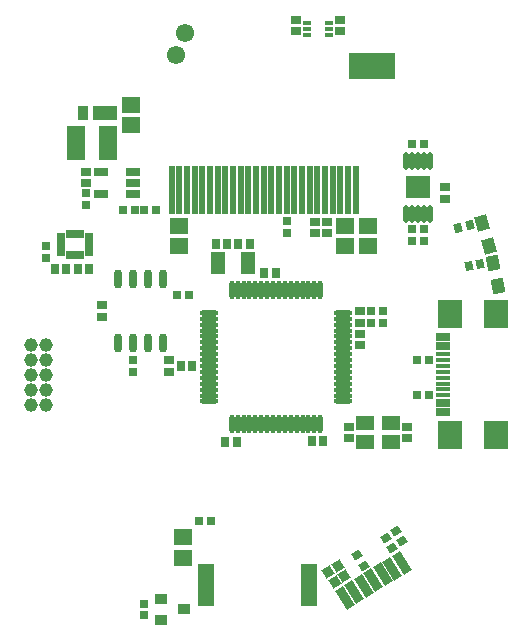
<source format=gbs>
G04*
G04 #@! TF.GenerationSoftware,Altium Limited,Altium Designer,22.7.1 (60)*
G04*
G04 Layer_Color=16711935*
%FSLAX25Y25*%
%MOIN*%
G70*
G04*
G04 #@! TF.SameCoordinates,BCCB9F90-4AA1-44C7-A5C0-69E822051F84*
G04*
G04*
G04 #@! TF.FilePolarity,Negative*
G04*
G01*
G75*
%ADD24C,0.00600*%
%ADD25C,0.04537*%
%ADD26C,0.06112*%
%ADD70R,0.03000X0.02550*%
%ADD71R,0.01968X0.02962*%
G04:AMPARAMS|DCode=72|XSize=74.5mil|YSize=31.2mil|CornerRadius=0mil|HoleSize=0mil|Usage=FLASHONLY|Rotation=122.000|XOffset=0mil|YOffset=0mil|HoleType=Round|Shape=Rectangle|*
%AMROTATEDRECTD72*
4,1,4,0.03297,-0.02333,0.00651,-0.03986,-0.03297,0.02333,-0.00651,0.03986,0.03297,-0.02333,0.0*
%
%ADD72ROTATEDRECTD72*%

%ADD73R,0.06112X0.04931*%
%ADD74R,0.04537X0.07687*%
%ADD75R,0.01978X0.16348*%
%ADD76R,0.02962X0.01968*%
%ADD77R,0.08041X0.07805*%
%ADD78O,0.01781X0.05915*%
%ADD79R,0.02647X0.01781*%
%ADD80O,0.02962X0.06309*%
%ADD81R,0.04537X0.02765*%
%ADD82O,0.01781X0.06112*%
%ADD83O,0.06112X0.01781*%
%ADD84R,0.15600X0.08600*%
%ADD85R,0.02550X0.03000*%
G04:AMPARAMS|DCode=86|XSize=30mil|YSize=25.5mil|CornerRadius=0mil|HoleSize=0mil|Usage=FLASHONLY|Rotation=212.000|XOffset=0mil|YOffset=0mil|HoleType=Round|Shape=Rectangle|*
%AMROTATEDRECTD86*
4,1,4,0.00596,0.01876,0.01948,-0.00286,-0.00596,-0.01876,-0.01948,0.00286,0.00596,0.01876,0.0*
%
%ADD86ROTATEDRECTD86*%

G04:AMPARAMS|DCode=87|XSize=30mil|YSize=25.5mil|CornerRadius=0mil|HoleSize=0mil|Usage=FLASHONLY|Rotation=106.000|XOffset=0mil|YOffset=0mil|HoleType=Round|Shape=Rectangle|*
%AMROTATEDRECTD87*
4,1,4,0.01639,-0.01091,-0.00812,-0.01793,-0.01639,0.01091,0.00812,0.01793,0.01639,-0.01091,0.0*
%
%ADD87ROTATEDRECTD87*%

G04:AMPARAMS|DCode=88|XSize=30mil|YSize=25.5mil|CornerRadius=0mil|HoleSize=0mil|Usage=FLASHONLY|Rotation=101.500|XOffset=0mil|YOffset=0mil|HoleType=Round|Shape=Rectangle|*
%AMROTATEDRECTD88*
4,1,4,0.01549,-0.01216,-0.00950,-0.01724,-0.01549,0.01216,0.00950,0.01724,0.01549,-0.01216,0.0*
%
%ADD88ROTATEDRECTD88*%

%ADD89R,0.04143X0.03750*%
%ADD90R,0.06033X0.11309*%
%ADD91R,0.08474X0.09183*%
%ADD92R,0.05128X0.02962*%
%ADD93R,0.05128X0.01781*%
G04:AMPARAMS|DCode=94|XSize=41.43mil|YSize=49.31mil|CornerRadius=0mil|HoleSize=0mil|Usage=FLASHONLY|Rotation=196.000|XOffset=0mil|YOffset=0mil|HoleType=Round|Shape=Rectangle|*
%AMROTATEDRECTD94*
4,1,4,0.01312,0.02941,0.02671,-0.01799,-0.01312,-0.02941,-0.02671,0.01799,0.01312,0.02941,0.0*
%
%ADD94ROTATEDRECTD94*%

%ADD95R,0.03750X0.04537*%
%ADD96R,0.08474X0.04931*%
G04:AMPARAMS|DCode=97|XSize=41.43mil|YSize=49.31mil|CornerRadius=0mil|HoleSize=0mil|Usage=FLASHONLY|Rotation=191.500|XOffset=0mil|YOffset=0mil|HoleType=Round|Shape=Rectangle|*
%AMROTATEDRECTD97*
4,1,4,0.01539,0.02829,0.02522,-0.02003,-0.01539,-0.02829,-0.02522,0.02003,0.01539,0.02829,0.0*
%
%ADD97ROTATEDRECTD97*%

%ADD98R,0.03158X0.03277*%
G04:AMPARAMS|DCode=99|XSize=32.77mil|YSize=31.58mil|CornerRadius=0mil|HoleSize=0mil|Usage=FLASHONLY|Rotation=302.000|XOffset=0mil|YOffset=0mil|HoleType=Round|Shape=Rectangle|*
%AMROTATEDRECTD99*
4,1,4,-0.02207,0.00553,0.00471,0.02226,0.02207,-0.00553,-0.00471,-0.02226,-0.02207,0.00553,0.0*
%
%ADD99ROTATEDRECTD99*%

%ADD100R,0.06309X0.05521*%
%ADD101R,0.03277X0.03158*%
%ADD102R,0.05718X0.13986*%
D24*
X111811Y209095D02*
D03*
X103937D02*
D03*
X107874Y229095D02*
D03*
X152929Y265916D02*
D03*
X221827D02*
D03*
X251406Y180268D02*
D03*
Y203024D02*
D03*
D25*
X109968Y181646D02*
D03*
X114969D02*
D03*
X109968Y186646D02*
D03*
X114969D02*
D03*
X109968Y191646D02*
D03*
X114969D02*
D03*
X109968Y196646D02*
D03*
X114969D02*
D03*
X109968Y201646D02*
D03*
X114969D02*
D03*
D26*
X161135Y305641D02*
D03*
X158185Y298340D02*
D03*
D70*
X114816Y234514D02*
D03*
Y230564D02*
D03*
X236945Y236157D02*
D03*
Y240107D02*
D03*
X240882D02*
D03*
Y236157D02*
D03*
X195055Y238927D02*
D03*
Y242877D02*
D03*
X147612Y115361D02*
D03*
Y111411D02*
D03*
X128264Y248178D02*
D03*
Y252128D02*
D03*
X143894Y196522D02*
D03*
Y192572D02*
D03*
D71*
X122531Y238543D02*
D03*
X126469D02*
D03*
X124500D02*
D03*
X122531Y231457D02*
D03*
X124500D02*
D03*
X126469D02*
D03*
D72*
X230257Y127028D02*
D03*
X227085Y125046D02*
D03*
X233428Y129010D02*
D03*
X223913Y123064D02*
D03*
X220741Y121082D02*
D03*
X217569Y119100D02*
D03*
X214397Y117119D02*
D03*
D73*
X229689Y169153D02*
D03*
Y175453D02*
D03*
X221028Y169153D02*
D03*
Y175453D02*
D03*
D74*
X182043Y229004D02*
D03*
X172201D02*
D03*
D75*
X218087Y253318D02*
D03*
X215528D02*
D03*
X212968D02*
D03*
X210409D02*
D03*
X207850D02*
D03*
X205291D02*
D03*
X202732D02*
D03*
X200173D02*
D03*
X197614D02*
D03*
X195055D02*
D03*
X192496D02*
D03*
X189937D02*
D03*
X187378D02*
D03*
X184819D02*
D03*
X182260D02*
D03*
X179701D02*
D03*
X177142D02*
D03*
X174583D02*
D03*
X172024D02*
D03*
X169465D02*
D03*
X166905D02*
D03*
X164347D02*
D03*
X161787D02*
D03*
X159228D02*
D03*
X156669D02*
D03*
D76*
X119972Y237953D02*
D03*
Y235984D02*
D03*
Y234016D02*
D03*
Y232047D02*
D03*
X129028D02*
D03*
Y234016D02*
D03*
Y235984D02*
D03*
Y237953D02*
D03*
D77*
X238913Y254077D02*
D03*
D78*
X234976Y262837D02*
D03*
X236945D02*
D03*
X238913D02*
D03*
X240882D02*
D03*
X242850D02*
D03*
X234976Y245317D02*
D03*
X236945D02*
D03*
X238913D02*
D03*
X240882D02*
D03*
X242850D02*
D03*
D79*
X209201Y308968D02*
D03*
Y307000D02*
D03*
Y305031D02*
D03*
X201799Y308968D02*
D03*
Y307000D02*
D03*
Y305031D02*
D03*
D80*
X138724Y223583D02*
D03*
X143724D02*
D03*
X148724D02*
D03*
X153724D02*
D03*
X138724Y202126D02*
D03*
X143724D02*
D03*
X148724D02*
D03*
X153724D02*
D03*
D81*
X133185Y259310D02*
D03*
Y251829D02*
D03*
X143815D02*
D03*
Y255569D02*
D03*
Y259310D02*
D03*
D82*
X176736Y219941D02*
D03*
X178705D02*
D03*
X180673D02*
D03*
X182642D02*
D03*
X184610D02*
D03*
X186579D02*
D03*
X188547D02*
D03*
X190516D02*
D03*
X192484D02*
D03*
X194453D02*
D03*
X196421D02*
D03*
X198390D02*
D03*
X200358D02*
D03*
X202327D02*
D03*
X204295D02*
D03*
X206264D02*
D03*
Y175059D02*
D03*
X204295D02*
D03*
X202327D02*
D03*
X200358D02*
D03*
X198390D02*
D03*
X196421D02*
D03*
X194453D02*
D03*
X192484D02*
D03*
X190516D02*
D03*
X188547D02*
D03*
X186579D02*
D03*
X184610D02*
D03*
X182642D02*
D03*
X180673D02*
D03*
X178705D02*
D03*
X176736D02*
D03*
D83*
X213941Y212264D02*
D03*
Y210295D02*
D03*
Y208327D02*
D03*
Y206358D02*
D03*
Y204390D02*
D03*
Y202421D02*
D03*
Y200453D02*
D03*
Y198484D02*
D03*
Y196516D02*
D03*
Y194547D02*
D03*
Y192579D02*
D03*
Y190610D02*
D03*
Y188642D02*
D03*
Y186673D02*
D03*
Y184705D02*
D03*
Y182736D02*
D03*
X169059D02*
D03*
Y184705D02*
D03*
Y186673D02*
D03*
Y188642D02*
D03*
Y190610D02*
D03*
Y192579D02*
D03*
Y194547D02*
D03*
Y196516D02*
D03*
Y198484D02*
D03*
Y200453D02*
D03*
Y202421D02*
D03*
Y204390D02*
D03*
Y206358D02*
D03*
Y208327D02*
D03*
Y210295D02*
D03*
Y212264D02*
D03*
D84*
X223500Y294500D02*
D03*
D85*
X162569Y218110D02*
D03*
X158619D02*
D03*
X236938Y268447D02*
D03*
X240888D02*
D03*
X238391Y184756D02*
D03*
X242341D02*
D03*
X238391Y196567D02*
D03*
X242341D02*
D03*
X140545Y246707D02*
D03*
X144495D02*
D03*
X169863Y142717D02*
D03*
X165913D02*
D03*
X147631Y246707D02*
D03*
X151581D02*
D03*
X227136Y208917D02*
D03*
X223186D02*
D03*
Y212854D02*
D03*
X227136D02*
D03*
D86*
X231499Y139426D02*
D03*
X233592Y136076D02*
D03*
X220737Y128044D02*
D03*
X218644Y131393D02*
D03*
X228160Y137339D02*
D03*
X230253Y133990D02*
D03*
D87*
X256105Y241590D02*
D03*
X252308Y240501D02*
D03*
D88*
X259636Y228652D02*
D03*
X255765Y227865D02*
D03*
D89*
X160900Y113386D02*
D03*
X153026Y116929D02*
D03*
Y109843D02*
D03*
D90*
X135587Y268955D02*
D03*
X124878D02*
D03*
D91*
X264910Y171528D02*
D03*
X249437D02*
D03*
X264910Y211764D02*
D03*
X249437D02*
D03*
D92*
X247174Y179048D02*
D03*
Y182197D02*
D03*
Y204244D02*
D03*
Y201095D02*
D03*
D93*
Y184756D02*
D03*
Y186725D02*
D03*
Y188693D02*
D03*
Y190662D02*
D03*
Y192630D02*
D03*
Y194599D02*
D03*
Y196567D02*
D03*
Y198536D02*
D03*
D94*
X260230Y242178D02*
D03*
X262400Y234609D02*
D03*
D95*
X127161Y278798D02*
D03*
D96*
X134642D02*
D03*
D97*
X263806Y228858D02*
D03*
X265375Y221142D02*
D03*
D98*
X125382Y227028D02*
D03*
X129128D02*
D03*
X121648Y227028D02*
D03*
X117902D02*
D03*
X159706Y194547D02*
D03*
X163452D02*
D03*
X178989Y235106D02*
D03*
X182735D02*
D03*
X178345Y169350D02*
D03*
X174600D02*
D03*
X187659Y225650D02*
D03*
X191404D02*
D03*
X207152Y169410D02*
D03*
X203407D02*
D03*
X175255Y235106D02*
D03*
X171509D02*
D03*
D99*
X211007Y122436D02*
D03*
X214183Y124421D02*
D03*
X208921Y125775D02*
D03*
X212097Y127760D02*
D03*
D100*
X159228Y234405D02*
D03*
Y241098D02*
D03*
X222319Y234405D02*
D03*
Y241098D02*
D03*
X214445Y234405D02*
D03*
Y241098D02*
D03*
X143224Y274866D02*
D03*
Y281559D02*
D03*
X160408Y130709D02*
D03*
Y137402D02*
D03*
D101*
X247969Y254077D02*
D03*
Y250331D02*
D03*
X208539Y238832D02*
D03*
Y242578D02*
D03*
X204602Y238832D02*
D03*
Y242578D02*
D03*
X198079Y306111D02*
D03*
Y309857D02*
D03*
X212921Y306111D02*
D03*
Y309857D02*
D03*
X133429Y210981D02*
D03*
Y214727D02*
D03*
X128264Y255564D02*
D03*
Y259310D02*
D03*
X215713Y174176D02*
D03*
Y170430D02*
D03*
X219650Y212759D02*
D03*
Y209013D02*
D03*
X235004Y170430D02*
D03*
Y174176D02*
D03*
X155870Y192674D02*
D03*
Y196420D02*
D03*
X219650Y201533D02*
D03*
Y205278D02*
D03*
D102*
X202534Y121653D02*
D03*
X168282D02*
D03*
M02*

</source>
